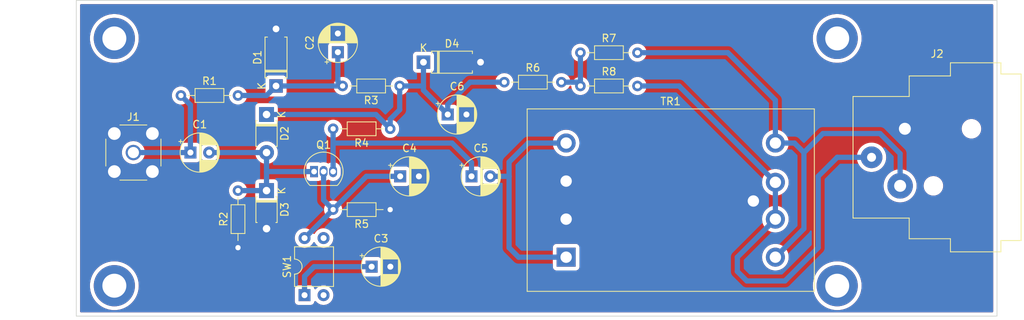
<source format=kicad_pcb>
(kicad_pcb (version 20211014) (generator pcbnew)
  (layers (0 "F.Cu" signal) (31 "B.Cu" signal) (34 "B.Paste" user) (35 "F.Paste" user) (36 "B.SilkS" user "B.Silkscreen") (37 "F.SilkS" user "F.Silkscreen") (38 "B.Mask" user) (39 "F.Mask" user) (44 "Edge.Cuts" user))
  (net 0 "")
  (net 1 "Net-(C1-Pad1)")
  (net 2 "Net-(C1-Pad2)")
  (net 3 "/V_SUP_B")
  (net 4 "GND")
  (net 5 "Net-(C3-Pad1)")
  (net 6 "Net-(C4-Pad1)")
  (net 7 "Net-(C5-Pad1)")
  (net 8 "Net-(C5-Pad2)")
  (net 9 "/V_SUP_A")
  (net 10 "/MIC_A")
  (net 11 "/MIC_B")
  (net 12 "/P48")
  (footprint "Resistor_THT:R_Axial_DIN0204_L3.6mm_D1.6mm_P7.62mm_Horizontal" (layer "F.Cu") (at 68.58 36.83 180)
    (fp_text reference "R3" (at 3.81 -1.92 180) (layer "F.SilkS"))
    (fp_text value "5.1k")
    (pad "1" thru_hole circle (at 0 0 180) (size 1.4 1.4) (drill 0.7) (layers *.Cu *.Mask) (net 9 "/V_SUP_A"))
    (pad "2" thru_hole oval (at 7.62 0 180) (size 1.4 1.4) (drill 0.7) (layers *.Cu *.Mask) (net 3 "/V_SUP_B"))
  )
  (footprint "Capacitor_THT:CP_Radial_D5.0mm_P2.50mm" (layer "F.Cu") (at 68.644888 48.895)
    (fp_text reference "C4" (at 1.25 -3.75) (layer "F.SilkS"))
    (fp_text value "10u")
    (pad "1" thru_hole rect (at 0 0) (size 1.6 1.6) (drill 0.8) (layers *.Cu *.Mask) (net 6 "Net-(C4-Pad1)"))
    (pad "2" thru_hole circle (at 2.5 0) (size 1.6 1.6) (drill 0.8) (layers *.Cu *.Mask) (net 4 "GND"))
  )
  (footprint "Diode_THT:D_A-405_P7.62mm_Horizontal" (layer "F.Cu") (at 52.07 36.83 90)
    (fp_text reference "D1" (at 3.81 -2.47 90) (layer "F.SilkS"))
    (fp_text value "D_Zener")
    (fp_text user "K" (at 0 -1.9 90) (layer "F.SilkS"))
    (pad "1" thru_hole rect (at 0 0 90) (size 1.8 1.8) (drill 0.9) (layers *.Cu *.Mask) (net 3 "/V_SUP_B"))
    (pad "2" thru_hole oval (at 7.62 0 90) (size 1.8 1.8) (drill 0.9) (layers *.Cu *.Mask) (net 4 "GND"))
  )
  (footprint "Resistor_THT:R_Axial_DIN0204_L3.6mm_D1.6mm_P7.62mm_Horizontal" (layer "F.Cu") (at 59.69 42.545)
    (fp_text reference "R4" (at 3.81 1.905) (layer "F.SilkS"))
    (fp_text value "5.1k")
    (pad "1" thru_hole circle (at 0 0) (size 1.4 1.4) (drill 0.7) (layers *.Cu *.Mask) (net 7 "Net-(C5-Pad1)"))
    (pad "2" thru_hole oval (at 7.62 0) (size 1.4 1.4) (drill 0.7) (layers *.Cu *.Mask) (net 9 "/V_SUP_A"))
  )
  (footprint "Capacitor_THT:CP_Radial_D5.0mm_P2.50mm" (layer "F.Cu") (at 40.64 45.72)
    (fp_text reference "C1" (at 1.25 -3.75) (layer "F.SilkS"))
    (fp_text value "10u")
    (pad "1" thru_hole rect (at 0 0) (size 1.6 1.6) (drill 0.8) (layers *.Cu *.Mask) (net 1 "Net-(C1-Pad1)"))
    (pad "2" thru_hole circle (at 2.5 0) (size 1.6 1.6) (drill 0.8) (layers *.Cu *.Mask) (net 2 "Net-(C1-Pad2)"))
  )
  (footprint "MountingHole:MountingHole_3.2mm_M3_ISO14580_Pad" (layer "F.Cu") (at 127 30.48)
    (fp_text reference "REF**" hide)
    (fp_text value "MountingHole_3.2mm_M3_ISO14580_Pad")
    (pad "1" thru_hole circle (at 0 0) (size 5.5 5.5) (drill 3.2) (layers *.Cu *.Mask))
  )
  (footprint "MountingHole:MountingHole_3.2mm_M3_ISO14580_Pad" (layer "F.Cu") (at 127 63.5)
    (fp_text reference "REF**" hide)
    (fp_text value "MountingHole_3.2mm_M3_ISO14580_Pad")
    (pad "1" thru_hole circle (at 0 0) (size 5.5 5.5) (drill 3.2) (layers *.Cu *.Mask))
  )
  (footprint "Package_DIP:DIP-4_W7.62mm" (layer "F.Cu") (at 55.875 64.76 90)
    (fp_text reference "SW1" (at 3.81 -2.33 90) (layer "F.SilkS"))
    (fp_text value "SW_DIP_x02")
    (pad "1" thru_hole rect (at 0 0 90) (size 1.6 1.6) (drill 0.8) (layers *.Cu *.Mask) (net 5 "Net-(C3-Pad1)"))
    (pad "2" thru_hole oval (at 0 2.54 90) (size 1.6 1.6) (drill 0.8) (layers *.Cu *.Mask))
    (pad "3" thru_hole oval (at 7.62 2.54 90) (size 1.6 1.6) (drill 0.8) (layers *.Cu *.Mask))
    (pad "4" thru_hole oval (at 7.62 0 90) (size 1.6 1.6) (drill 0.8) (layers *.Cu *.Mask) (net 6 "Net-(C4-Pad1)"))
  )
  (footprint "Connector_Coaxial:SMA_Amphenol_132134_Vertical" (layer "F.Cu") (at 33.02 45.72)
    (fp_text reference "J1" (at 0 -4.75) (layer "F.SilkS"))
    (fp_text value "Conn_Coaxial")
    (pad "1" thru_hole circle (at 0 0) (size 2.05 2.05) (drill 1.5) (layers *.Cu *.Mask) (net 1 "Net-(C1-Pad1)"))
    (pad "2" thru_hole circle (at -2.54 -2.54) (size 2.25 2.25) (drill 1.7) (layers *.Cu *.Mask) (net 4 "GND"))
    (pad "2" thru_hole circle (at 2.54 2.54) (size 2.25 2.25) (drill 1.7) (layers *.Cu *.Mask) (net 4 "GND"))
    (pad "2" thru_hole circle (at 2.54 -2.54) (size 2.25 2.25) (drill 1.7) (layers *.Cu *.Mask) (net 4 "GND"))
    (pad "2" thru_hole circle (at -2.54 2.54) (size 2.25 2.25) (drill 1.7) (layers *.Cu *.Mask) (net 4 "GND"))
  )
  (footprint "Diode_THT:D_T-1_P5.08mm_Horizontal" (layer "F.Cu") (at 50.8 40.64 -90)
    (fp_text reference "D2" (at 2.54 -2.42 90) (layer "F.SilkS"))
    (fp_text value "D")
    (fp_text user "K" (at 0 -2 90) (layer "F.SilkS"))
    (pad "1" thru_hole rect (at 0 0 270) (size 2 2) (drill 1) (layers *.Cu *.Mask) (net 9 "/V_SUP_A"))
    (pad "2" thru_hole oval (at 5.08 0 270) (size 2 2) (drill 1) (layers *.Cu *.Mask) (net 2 "Net-(C1-Pad2)"))
  )
  (footprint "Package_TO_SOT_THT:TO-92_Inline" (layer "F.Cu") (at 57.15 48.26)
    (fp_text reference "Q1" (at 1.27 -3.56) (layer "F.SilkS"))
    (fp_text value "BF245C")
    (pad "1" thru_hole rect (at 0 0) (size 1.05 1.5) (drill 0.75) (layers *.Cu *.Mask) (net 2 "Net-(C1-Pad2)"))
    (pad "2" thru_hole oval (at 1.27 0) (size 1.05 1.5) (drill 0.75) (layers *.Cu *.Mask) (net 6 "Net-(C4-Pad1)"))
    (pad "3" thru_hole oval (at 2.54 0) (size 1.05 1.5) (drill 0.75) (layers *.Cu *.Mask) (net 7 "Net-(C5-Pad1)"))
  )
  (footprint "Capacitor_THT:CP_Radial_D5.0mm_P2.50mm" (layer "F.Cu") (at 78.169888 48.895)
    (fp_text reference "C5" (at 1.25 -3.75) (layer "F.SilkS"))
    (fp_text value "C_Polarized")
    (pad "1" thru_hole rect (at 0 0) (size 1.6 1.6) (drill 0.8) (layers *.Cu *.Mask) (net 7 "Net-(C5-Pad1)"))
    (pad "2" thru_hole circle (at 2.5 0) (size 1.6 1.6) (drill 0.8) (layers *.Cu *.Mask) (net 8 "Net-(C5-Pad2)"))
  )
  (footprint "Resistor_THT:R_Axial_DIN0204_L3.6mm_D1.6mm_P7.62mm_Horizontal" (layer "F.Cu") (at 39.37 38.1)
    (fp_text reference "R1" (at 3.81 -1.92) (layer "F.SilkS"))
    (fp_text value "5.1k")
    (pad "1" thru_hole circle (at 0 0) (size 1.4 1.4) (drill 0.7) (layers *.Cu *.Mask) (net 1 "Net-(C1-Pad1)"))
    (pad "2" thru_hole oval (at 7.62 0) (size 1.4 1.4) (drill 0.7) (layers *.Cu *.Mask) (net 3 "/V_SUP_B"))
  )
  (footprint "Resistor_THT:R_Axial_DIN0204_L3.6mm_D1.6mm_P7.62mm_Horizontal" (layer "F.Cu") (at 92.71 32.385)
    (fp_text reference "R7" (at 3.81 -1.92) (layer "F.SilkS"))
    (fp_text value "6.8k")
    (pad "1" thru_hole circle (at 0 0) (size 1.4 1.4) (drill 0.7) (layers *.Cu *.Mask) (net 12 "/P48"))
    (pad "2" thru_hole oval (at 7.62 0) (size 1.4 1.4) (drill 0.7) (layers *.Cu *.Mask) (net 10 "/MIC_A"))
  )
  (footprint "MountingHole:MountingHole_3.2mm_M3_ISO14580_Pad" (layer "F.Cu") (at 30.48 63.5)
    (fp_text reference "REF**" hide)
    (fp_text value "MountingHole_3.2mm_M3_ISO14580_Pad")
    (pad "1" thru_hole circle (at 0 0) (size 5.5 5.5) (drill 3.2) (layers *.Cu *.Mask))
  )
  (footprint "Capacitor_THT:CP_Radial_D5.0mm_P2.50mm" (layer "F.Cu") (at 74.994887 40.64)
    (fp_text reference "C6" (at 1.25 -3.75) (layer "F.SilkS"))
    (fp_text value "C_Polarized")
    (pad "1" thru_hole rect (at 0 0) (size 1.6 1.6) (drill 0.8) (layers *.Cu *.Mask) (net 9 "/V_SUP_A"))
    (pad "2" thru_hole circle (at 2.5 0) (size 1.6 1.6) (drill 0.8) (layers *.Cu *.Mask) (net 4 "GND"))
  )
  (footprint "Capacitor_THT:CP_Radial_D5.0mm_P2.50mm" (layer "F.Cu") (at 60.325 32.320112 90)
    (fp_text reference "C2" (at 1.25 -3.75 90) (layer "F.SilkS"))
    (fp_text value "C_Polarized")
    (pad "1" thru_hole rect (at 0 0 90) (size 1.6 1.6) (drill 0.8) (layers *.Cu *.Mask) (net 3 "/V_SUP_B"))
    (pad "2" thru_hole circle (at 2.5 0 90) (size 1.6 1.6) (drill 0.8) (layers *.Cu *.Mask) (net 4 "GND"))
  )
  (footprint "MountingHole:MountingHole_3.2mm_M3_ISO14580_Pad" (layer "F.Cu") (at 30.48 30.48)
    (fp_text reference "REF**" hide)
    (fp_text value "MountingHole_3.2mm_M3_ISO14580_Pad")
    (pad "1" thru_hole circle (at 0 0) (size 5.5 5.5) (drill 3.2) (layers *.Cu *.Mask))
  )
  (footprint "Resistor_THT:R_Axial_DIN0204_L3.6mm_D1.6mm_P7.62mm_Horizontal" (layer "F.Cu") (at 67.31 53.34 180)
    (fp_text reference "R5" (at 3.81 -1.92) (layer "F.SilkS"))
    (fp_text value "1.8k")
    (pad "1" thru_hole circle (at 0 0 180) (size 1.4 1.4) (drill 0.7) (layers *.Cu *.Mask) (net 4 "GND"))
    (pad "2" thru_hole oval (at 7.62 0 180) (size 1.4 1.4) (drill 0.7) (layers *.Cu *.Mask) (net 6 "Net-(C4-Pad1)"))
  )
  (footprint "Diode_THT:D_A-405_P7.62mm_Horizontal" (layer "F.Cu") (at 71.755 33.655)
    (fp_text reference "D4" (at 3.81 -2.47) (layer "F.SilkS"))
    (fp_text value "D_Zener")
    (fp_text user "K" (at 0 -1.9) (layer "F.SilkS"))
    (pad "1" thru_hole rect (at 0 0) (size 1.8 1.8) (drill 0.9) (layers *.Cu *.Mask) (net 9 "/V_SUP_A"))
    (pad "2" thru_hole oval (at 7.62 0) (size 1.8 1.8) (drill 0.9) (layers *.Cu *.Mask) (net 4 "GND"))
  )
  (footprint "Resistor_THT:R_Axial_DIN0204_L3.6mm_D1.6mm_P7.62mm_Horizontal" (layer "F.Cu") (at 46.99 58.42 90)
    (fp_text reference "R2" (at 3.81 -1.92 90) (layer "F.SilkS"))
    (fp_text value "1M")
    (pad "1" thru_hole circle (at 0 0 90) (size 1.4 1.4) (drill 0.7) (layers *.Cu *.Mask) (net 4 "GND"))
    (pad "2" thru_hole oval (at 7.62 0 90) (size 1.4 1.4) (drill 0.7) (layers *.Cu *.Mask) (net 2 "Net-(C1-Pad2)"))
  )
  (footprint "Lundahl_XFormer:Transformer_Microphone_Lundahl_LL1527" (layer "F.Cu") (at 90.805 59.69)
    (fp_text reference "TR1" (at 13.95 -20.8) (layer "F.SilkS"))
    (fp_text value "LL1527")
    (pad "1" thru_hole rect (at 0 0) (size 2.54 2.54) (drill 1.52) (layers *.Cu *.Mask) (net 8 "Net-(C5-Pad2)"))
    (pad "2" thru_hole circle (at 0 -5.08) (size 2.54 2.54) (drill 1.52) (layers *.Cu *.Mask) (net 4 "GND"))
    (pad "3" thru_hole circle (at 0 -10.16) (size 2.54 2.54) (drill 1.52) (layers *.Cu *.Mask) (net 4 "GND"))
    (pad "4" thru_hole circle (at 0 -15.24) (size 2.54 2.54) (drill 1.52) (layers *.Cu *.Mask) (net 8 "Net-(C5-Pad2)"))
    (pad "5" thru_hole circle (at 27.94 0) (size 2.54 2.54) (drill 1.52) (layers *.Cu *.Mask) (net 10 "/MIC_A"))
    (pad "6" thru_hole circle (at 27.94 -5.08) (size 2.54 2.54) (drill 1.52) (layers *.Cu *.Mask) (net 11 "/MIC_B"))
    (pad "7" thru_hole circle (at 27.94 -10) (size 2.54 2.54) (drill 1.52) (layers *.Cu *.Mask) (net 11 "/MIC_B"))
    (pad "8" thru_hole circle (at 27.94 -15.24) (size 2.54 2.54) (drill 1.52) (layers *.Cu *.Mask) (net 10 "/MIC_A"))
    (pad "9" thru_hole circle (at 25 -7.5) (size 2.54 2.54) (drill 1.52) (layers *.Cu *.Mask) (net 4 "GND"))
  )
  (footprint "Diode_THT:D_T-1_P5.08mm_Horizontal" (layer "F.Cu") (at 50.8 50.8 -90)
    (fp_text reference "D3" (at 2.54 -2.42 90) (layer "F.SilkS"))
    (fp_text value "D")
    (fp_text user "K" (at 0 -2 90) (layer "F.SilkS"))
    (pad "1" thru_hole rect (at 0 0 270) (size 2 2) (drill 1) (layers *.Cu *.Mask) (net 2 "Net-(C1-Pad2)"))
    (pad "2" thru_hole oval (at 5.08 0 270) (size 2 2) (drill 1) (layers *.Cu *.Mask) (net 4 "GND"))
  )
  (footprint "Resistor_THT:R_Axial_DIN0204_L3.6mm_D1.6mm_P7.62mm_Horizontal" (layer "F.Cu") (at 92.71 36.83)
    (fp_text reference "R8" (at 3.81 -1.92) (layer "F.SilkS"))
    (fp_text value "6.8k")
    (pad "1" thru_hole circle (at 0 0) (size 1.4 1.4) (drill 0.7) (layers *.Cu *.Mask) (net 12 "/P48"))
    (pad "2" thru_hole oval (at 7.62 0) (size 1.4 1.4) (drill 0.7) (layers *.Cu *.Mask) (net 11 "/MIC_B"))
  )
  (footprint "Capacitor_THT:CP_Radial_D5.0mm_P2.50mm" (layer "F.Cu") (at 64.834888 60.96)
    (fp_text reference "C3" (at 1.25 -3.75) (layer "F.SilkS"))
    (fp_text value "47u")
    (pad "1" thru_hole rect (at 0 0) (size 1.6 1.6) (drill 0.8) (layers *.Cu *.Mask) (net 5 "Net-(C3-Pad1)"))
    (pad "2" thru_hole circle (at 2.5 0) (size 1.6 1.6) (drill 0.8) (layers *.Cu *.Mask) (net 4 "GND"))
  )
  (footprint "Resistor_THT:R_Axial_DIN0204_L3.6mm_D1.6mm_P7.62mm_Horizontal" (layer "F.Cu") (at 82.55 36.322)
    (fp_text reference "R6" (at 3.81 -1.92) (layer "F.SilkS"))
    (fp_text value "6.8k")
    (pad "1" thru_hole circle (at 0 0) (size 1.4 1.4) (drill 0.7) (layers *.Cu *.Mask) (net 9 "/V_SUP_A"))
    (pad "2" thru_hole oval (at 7.62 0) (size 1.4 1.4) (drill 0.7) (layers *.Cu *.Mask) (net 12 "/P48"))
  )
  (footprint "Connector_Audio:Jack_XLR_Neutrik_NC3FAAH-0_Horizontal" (layer "F.Cu") (at 136.035 42.545)
    (fp_text reference "J2" (at 4.3 -10) (layer "F.SilkS"))
    (fp_text value "XLR3")
    (pad "" np_thru_hole circle (at 3.81 7.62) (size 1.6 1.6) (drill 1.6) (layers *.Cu *.Mask))
    (pad "" np_thru_hole circle (at 8.89 0) (size 1.6 1.6) (drill 1.6) (layers *.Cu *.Mask))
    (pad "1" thru_hole circle (at 0 0) (size 3.4 3.4) (drill 1.6) (layers *.Cu *.Mask) (net 4 "GND"))
    (pad "2" thru_hole circle (at -0.635 7.62) (size 3.4 3.4) (drill 1.6) (layers *.Cu *.Mask) (net 10 "/MIC_A"))
    (pad "3" thru_hole circle (at -4.45 3.81) (size 2.9 2.9) (drill 1.2) (layers *.Cu *.Mask) (net 11 "/MIC_B"))
  )
  (gr_poly (pts (xy 148.336 67.564) (xy 25.4 67.564) (xy 25.4 25.4) (xy 148.336 25.4)) (layer "Edge.Cuts") (width 0.1) (fill none))
  (segment (start 40.64 45.72) (end 40.64 39.37) (width 0.7) (layer "B.Cu") (net 1))
  (segment (start 33.02 45.72) (end 40.64 45.72) (width 0.7) (layer "B.Cu") (net 1))
  (segment (start 40.64 39.37) (end 39.37 38.1) (width 0.7) (layer "B.Cu") (net 1))
  (segment (start 46.99 50.8) (end 50.8 50.8) (width 0.7) (layer "B.Cu") (net 2))
  (segment (start 50.8 48.26) (end 50.8 45.72) (width 0.7) (layer "B.Cu") (net 2))
  (segment (start 43.14 45.72) (end 50.8 45.72) (width 0.7) (layer "B.Cu") (net 2))
  (segment (start 57.15 48.26) (end 50.8 48.26) (width 0.7) (layer "B.Cu") (net 2))
  (segment (start 50.8 50.8) (end 50.8 48.26) (width 0.7) (layer "B.Cu") (net 2))
  (segment (start 60.325 32.320112) (end 60.325 36.195) (width 0.7) (layer "B.Cu") (net 3))
  (segment (start 46.99 38.1) (end 50.8 38.1) (width 0.7) (layer "B.Cu") (net 3))
  (segment (start 50.8 38.1) (end 52.07 36.83) (width 0.7) (layer "B.Cu") (net 3))
  (segment (start 60.325 36.195) (end 60.96 36.83) (width 0.7) (layer "B.Cu") (net 3))
  (segment (start 52.07 36.83) (end 60.96 36.83) (width 0.7) (layer "B.Cu") (net 3))
  (segment (start 55.875 64.76) (end 55.875 62.235) (width 0.7) (layer "B.Cu") (net 5))
  (segment (start 55.875 62.235) (end 57.15 60.96) (width 0.7) (layer "B.Cu") (net 5))
  (segment (start 57.15 60.96) (end 64.834888 60.96) (width 0.7) (layer "B.Cu") (net 5))
  (segment (start 55.89 57.14) (end 59.69 53.34) (width 0.7) (layer "B.Cu") (net 6))
  (segment (start 58.42 48.26) (end 58.42 52.07) (width 0.7) (layer "B.Cu") (net 6))
  (segment (start 64.135 48.895) (end 59.69 53.34) (width 0.7) (layer "B.Cu") (net 6))
  (segment (start 68.644888 48.895) (end 64.135 48.895) (width 0.7) (layer "B.Cu") (net 6))
  (segment (start 55.875 57.14) (end 55.89 57.14) (width 0.7) (layer "B.Cu") (net 6))
  (segment (start 58.42 52.07) (end 59.69 53.34) (width 0.7) (layer "B.Cu") (net 6))
  (segment (start 75.565 44.45) (end 59.69 44.45) (width 0.7) (layer "B.Cu") (net 7))
  (segment (start 78.169888 47.054888) (end 75.565 44.45) (width 0.7) (layer "B.Cu") (net 7))
  (segment (start 59.69 44.45) (end 59.69 42.545) (width 0.7) (layer "B.Cu") (net 7))
  (segment (start 78.169888 48.895) (end 78.169888 47.054888) (width 0.7) (layer "B.Cu") (net 7))
  (segment (start 59.69 48.26) (end 59.69 44.45) (width 0.7) (layer "B.Cu") (net 7))
  (segment (start 80.669888 48.895) (end 83.185 48.895) (width 0.7) (layer "B.Cu") (net 8))
  (segment (start 83.185 46.99) (end 85.725 44.45) (width 0.7) (layer "B.Cu") (net 8))
  (segment (start 85.725 44.45) (end 90.805 44.45) (width 0.7) (layer "B.Cu") (net 8))
  (segment (start 83.185 48.895) (end 83.185 46.99) (width 0.7) (layer "B.Cu") (net 8))
  (segment (start 90.805 59.69) (end 84.455 59.69) (width 0.7) (layer "B.Cu") (net 8))
  (segment (start 84.455 59.69) (end 83.185 58.42) (width 0.7) (layer "B.Cu") (net 8))
  (segment (start 83.185 58.42) (end 83.185 48.895) (width 0.7) (layer "B.Cu") (net 8))
  (segment (start 71.755 37.400113) (end 74.994887 40.64) (width 0.7) (layer "B.Cu") (net 9))
  (segment (start 71.755 33.655) (end 71.755 36.83) (width 0.7) (layer "B.Cu") (net 9))
  (segment (start 67.31 41.275) (end 68.58 40.005) (width 0.7) (layer "B.Cu") (net 9))
  (segment (start 71.755 36.83) (end 71.755 37.400113) (width 0.7) (layer "B.Cu") (net 9))
  (segment (start 74.994887 39.305113) (end 77.978 36.322) (width 0.7) (layer "B.Cu") (net 9))
  (segment (start 67.31 42.545) (end 67.31 41.275) (width 0.7) (layer "B.Cu") (net 9))
  (segment (start 68.58 40.005) (end 68.58 36.83) (width 0.7) (layer "B.Cu") (net 9))
  (segment (start 68.58 36.83) (end 71.755 36.83) (width 0.7) (layer "B.Cu") (net 9))
  (segment (start 77.978 36.322) (end 82.55 36.322) (width 0.7) (layer "B.Cu") (net 9))
  (segment (start 65.405 40.64) (end 67.31 42.545) (width 0.7) (layer "B.Cu") (net 9))
  (segment (start 74.994887 40.64) (end 74.994887 39.305113) (width 0.7) (layer "B.Cu") (net 9))
  (segment (start 50.8 40.64) (end 65.405 40.64) (width 0.7) (layer "B.Cu") (net 9))
  (segment (start 100.33 32.385) (end 112.395 32.385) (width 0.7) (layer "B.Cu") (net 10))
  (segment (start 125.095 43.18) (end 122.555 45.72) (width 0.7) (layer "B.Cu") (net 10))
  (segment (start 118.745 59.69) (end 122.555 55.88) (width 0.7) (layer "B.Cu") (net 10))
  (segment (start 122.555 55.88) (end 122.555 45.72) (width 0.7) (layer "B.Cu") (net 10))
  (segment (start 122.555 45.72) (end 121.285 44.45) (width 0.7) (layer "B.Cu") (net 10))
  (segment (start 132.715 43.18) (end 125.095 43.18) (width 0.7) (layer "B.Cu") (net 10))
  (segment (start 112.395 32.385) (end 118.745 38.735) (width 0.7) (layer "B.Cu") (net 10))
  (segment (start 121.285 44.45) (end 118.745 44.45) (width 0.7) (layer "B.Cu") (net 10))
  (segment (start 118.745 38.735) (end 118.745 44.45) (width 0.7) (layer "B.Cu") (net 10))
  (segment (start 135.4 45.865) (end 132.715 43.18) (width 0.7) (layer "B.Cu") (net 10))
  (segment (start 135.4 50.165) (end 135.4 45.865) (width 0.7) (layer "B.Cu") (net 10))
  (segment (start 105.885 36.83) (end 118.745 49.69) (width 0.7) (layer "B.Cu") (net 11))
  (segment (start 113.665 61.595) (end 113.665 59.69) (width 0.7) (layer "B.Cu") (net 11))
  (segment (start 100.33 36.83) (end 105.885 36.83) (width 0.7) (layer "B.Cu") (net 11))
  (segment (start 131.585 46.355) (end 127 46.355) (width 0.7) (layer "B.Cu") (net 11))
  (segment (start 124.46 48.895) (end 124.46 58.42) (width 0.7) (layer "B.Cu") (net 11))
  (segment (start 114.935 62.865) (end 113.665 61.595) (width 0.7) (layer "B.Cu") (net 11))
  (segment (start 127 46.355) (end 124.46 48.895) (width 0.7) (layer "B.Cu") (net 11))
  (segment (start 118.745 54.61) (end 118.745 49.69) (width 0.7) (layer "B.Cu") (net 11))
  (segment (start 113.665 59.69) (end 118.745 54.61) (width 0.7) (layer "B.Cu") (net 11))
  (segment (start 120.015 62.865) (end 114.935 62.865) (width 0.7) (layer "B.Cu") (net 11))
  (segment (start 124.46 58.42) (end 120.015 62.865) (width 0.7) (layer "B.Cu") (net 11))
  (segment (start 92.202 36.322) (end 92.71 36.83) (width 0.7) (layer "B.Cu") (net 12))
  (segment (start 92.71 36.83) (end 92.71 32.385) (width 0.7) (layer "B.Cu") (net 12))
  (segment (start 90.17 36.322) (end 92.202 36.322) (width 0.7) (layer "B.Cu") (net 12))
  (zone (net 4) (net_name "GND") (layers F&B.Cu) (connect_pads yes (clearance 0.508)) (min_thickness 0.254) (fill yes (thermal_gap 0.508) (thermal_bridge_width 0.508))
    (polygon (pts (xy 148.336 67.564) (xy 25.4 67.564) (xy 25.4 25.4) (xy 148.336 25.4)))
  )
)
</source>
